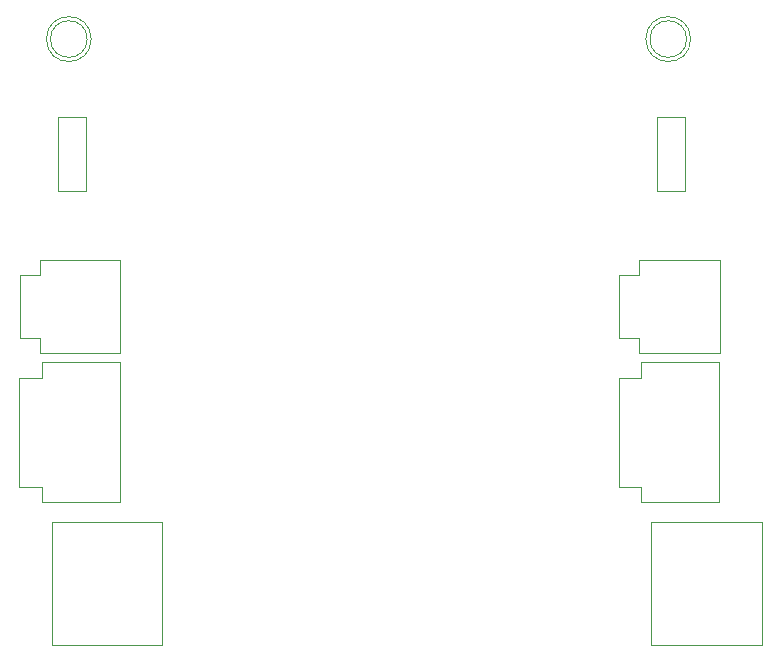
<source format=gbr>
G04*
G04 #@! TF.GenerationSoftware,Altium Limited,Altium Designer,25.0.2 (28)*
G04*
G04 Layer_Color=16711935*
%FSLAX44Y44*%
%MOMM*%
G71*
G04*
G04 #@! TF.SameCoordinates,8B6BD92A-2743-4FC7-A306-186CE1EE4446*
G04*
G04*
G04 #@! TF.FilePolarity,Positive*
G04*
G01*
G75*
%ADD65C,0.1000*%
D65*
X74489Y530971D02*
G03*
X74489Y530971I-15500J0D01*
G01*
X77989D02*
G03*
X77989Y530971I-19000J0D01*
G01*
X35993Y139120D02*
Y152117D01*
Y139120D02*
X101990D01*
X35993Y244318D02*
Y257320D01*
X101990D01*
X16993Y244318D02*
X35993D01*
X16993Y152117D02*
X35993D01*
X16993D02*
Y244318D01*
X101990Y139120D02*
Y257320D01*
X17490Y277870D02*
Y331470D01*
X34490D02*
Y343970D01*
Y265370D02*
Y277870D01*
X17490D02*
X34490D01*
X17490Y331470D02*
X34490D01*
Y265370D02*
X102490D01*
Y343970D01*
X34490D02*
X102490D01*
X49490Y402220D02*
X73490D01*
X49490D02*
Y465220D01*
X73490Y402220D02*
Y465220D01*
X49490D02*
X73490D01*
X44740Y122220D02*
X138240D01*
X44740Y18220D02*
X138240D01*
X44740D02*
Y122220D01*
X138240Y18220D02*
Y122220D01*
X582009Y530971D02*
G03*
X582009Y530971I-15500J0D01*
G01*
X585509D02*
G03*
X585509Y530971I-19000J0D01*
G01*
X543513Y139120D02*
Y152117D01*
Y139120D02*
X609510D01*
X543513Y244318D02*
Y257320D01*
X609510D01*
X524513Y244318D02*
X543513D01*
X524513Y152117D02*
X543513D01*
X524513D02*
Y244318D01*
X609510Y139120D02*
Y257320D01*
X525010Y277870D02*
Y331470D01*
X542010D02*
Y343970D01*
Y265370D02*
Y277870D01*
X525010D02*
X542010D01*
X525010Y331470D02*
X542010D01*
Y265370D02*
X610010D01*
Y343970D01*
X542010D02*
X610010D01*
X557010Y402220D02*
X581010D01*
X557010D02*
Y465220D01*
X581010Y402220D02*
Y465220D01*
X557010D02*
X581010D01*
X552260Y122220D02*
X645760D01*
X552260Y18220D02*
X645760D01*
X552260D02*
Y122220D01*
X645760Y18220D02*
Y122220D01*
M02*

</source>
